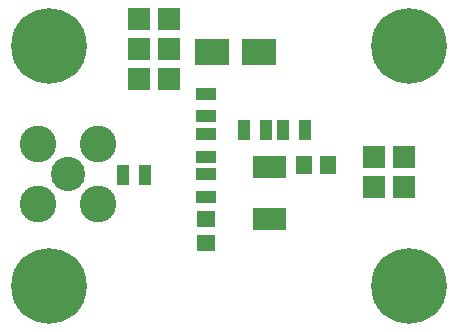
<source format=gbr>
G04 #@! TF.FileFunction,Soldermask,Bot*
%FSLAX46Y46*%
G04 Gerber Fmt 4.6, Leading zero omitted, Abs format (unit mm)*
G04 Created by KiCad (PCBNEW 201609251018+7233~55~ubuntu16.04.1-) date Thu Sep 29 13:06:48 2016*
%MOMM*%
%LPD*%
G01*
G04 APERTURE LIST*
%ADD10C,0.100000*%
%ADD11R,0.850000X1.850000*%
%ADD12R,1.400000X1.650000*%
%ADD13R,1.650000X1.400000*%
%ADD14R,2.899360X2.200860*%
%ADD15R,1.924000X1.924000*%
%ADD16C,6.400000*%
%ADD17C,2.900000*%
%ADD18C,3.100000*%
%ADD19R,1.100000X1.700000*%
%ADD20R,1.700000X1.100000*%
G04 APERTURE END LIST*
D10*
D11*
X111109400Y-85715200D03*
X110459400Y-85715200D03*
X109809400Y-85715200D03*
X109159400Y-85715200D03*
X109159400Y-81315200D03*
X109809400Y-81315200D03*
X110459400Y-81315200D03*
X111109400Y-81315200D03*
D12*
X113046000Y-81178400D03*
X115046000Y-81178400D03*
D13*
X104749600Y-85766400D03*
X104749600Y-87766400D03*
D14*
X109237780Y-71577200D03*
X105239820Y-71577200D03*
D15*
X101625400Y-73888600D03*
X99085400Y-73888600D03*
X101625400Y-71348600D03*
X99085400Y-71348600D03*
X101625400Y-68808600D03*
X99085400Y-68808600D03*
X121539000Y-83007200D03*
X118999000Y-83007200D03*
X121539000Y-80467200D03*
X118999000Y-80467200D03*
D16*
X91440000Y-91440000D03*
X91440000Y-71120000D03*
X121920000Y-71120000D03*
X121920000Y-91440000D03*
D17*
X93091000Y-81915000D03*
D18*
X95631000Y-84455000D03*
X90551000Y-84455000D03*
X90551000Y-79375000D03*
X95631000Y-79375000D03*
D19*
X99629000Y-82042000D03*
X97729000Y-82042000D03*
D20*
X104749600Y-81955600D03*
X104749600Y-83855600D03*
D19*
X107965200Y-78232000D03*
X109865200Y-78232000D03*
X111267200Y-78232000D03*
X113167200Y-78232000D03*
D20*
X104749600Y-75148400D03*
X104749600Y-77048400D03*
X104749600Y-78552000D03*
X104749600Y-80452000D03*
M02*

</source>
